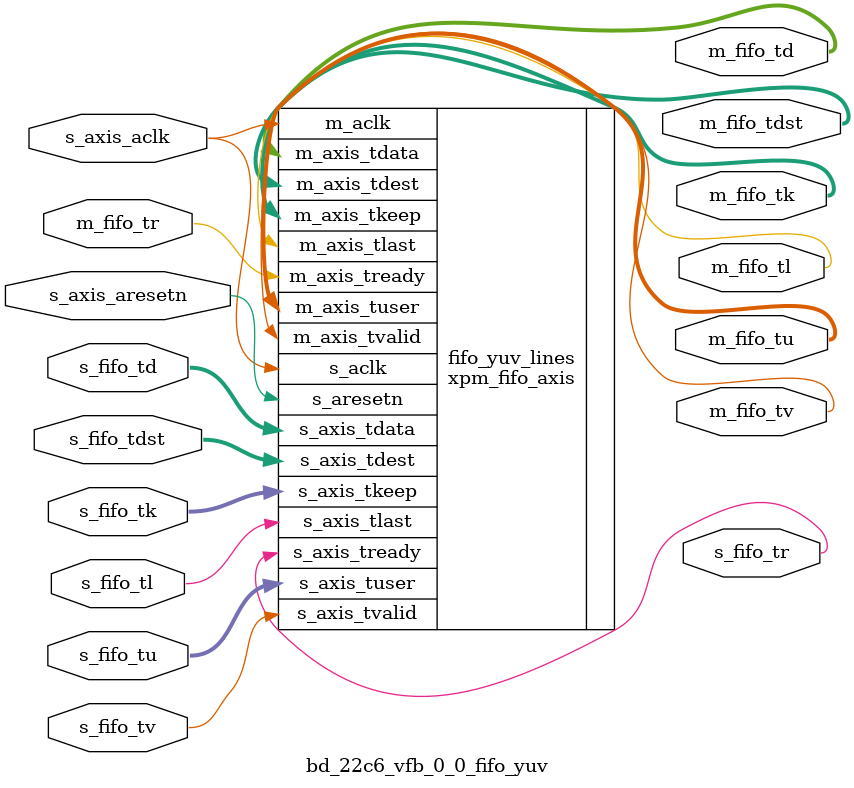
<source format=v>
`timescale 1ps/1ps
module bd_22c6_vfb_0_0_fifo_yuv (
  input            s_axis_aclk    ,

  input         s_axis_aresetn ,
  output    s_fifo_tr      ,
  input     s_fifo_tv      ,
  input      [64-1:0]  s_fifo_td      ,
  input      [96-1:0]  s_fifo_tu      ,
  input      [4-1:0] s_fifo_tdst      ,
  input      [8-1:0] s_fifo_tk      ,
  input      s_fifo_tl      ,
  input     m_fifo_tr      ,
  output     m_fifo_tv      ,
  output   [64-1:0]   m_fifo_td      ,
  output   [4-1:0] m_fifo_tdst ,
  output   [96-1:0]  m_fifo_tu      ,
  output    [8-1:0] m_fifo_tk      ,
  output      m_fifo_tl      
);

xpm_fifo_axis#(
      .CLOCKING_MODE("common_clock"), // String
      .ECC_MODE("no_ecc"),            // String
      .FIFO_DEPTH(16),              // DECIMAL
      .FIFO_MEMORY_TYPE("distributed"),      // String
      .PACKET_FIFO("false"),          // String
      .PROG_EMPTY_THRESH(10),         // DECIMAL
      .PROG_FULL_THRESH(123),          // DECIMAL
      .RD_DATA_COUNT_WIDTH(1),        // DECIMAL
      .RELATED_CLOCKS(0),             // DECIMAL
      .SIM_ASSERT_CHK(0),             // DECIMAL; 0=disable simulation messages, 1=enable simulation messages
      .TDATA_WIDTH(64),               // DECIMAL
      .TDEST_WIDTH(4),                // DECIMAL
      .TUSER_WIDTH(96),                // DECIMAL
      .USE_ADV_FEATURES("1000"),      // String
      .WR_DATA_COUNT_WIDTH(1)         // DECIMAL
 ) fifo_yuv_lines(
  .s_aresetn         (s_axis_aresetn ),
  .m_aclk            (s_axis_aclk    ),
  .s_aclk            (s_axis_aclk    ),
  .s_axis_tready     (s_fifo_tr      ),
  .s_axis_tvalid     (s_fifo_tv      ),
  .s_axis_tdata      (s_fifo_td      ),
  .s_axis_tuser      (s_fifo_tu      ),
  .s_axis_tdest      (s_fifo_tdst      ),
  .s_axis_tkeep      (s_fifo_tk      ),
  .s_axis_tlast      (s_fifo_tl      ),
  .m_axis_tready     (m_fifo_tr      ),
  .m_axis_tvalid     (m_fifo_tv      ),
  .m_axis_tdata      (m_fifo_td      ),
  .m_axis_tdest      (m_fifo_tdst     ),
  .m_axis_tuser      (m_fifo_tu      ),
  .m_axis_tkeep      (m_fifo_tk      ),
  .m_axis_tlast      (m_fifo_tl      )
);
endmodule

</source>
